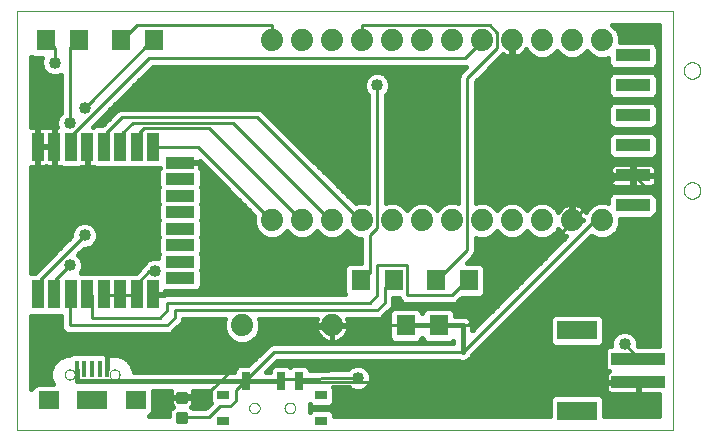
<source format=gtl>
G75*
%MOIN*%
%OFA0B0*%
%FSLAX25Y25*%
%IPPOS*%
%LPD*%
%AMOC8*
5,1,8,0,0,1.08239X$1,22.5*
%
%ADD10C,0.00000*%
%ADD11C,0.00300*%
%ADD12C,0.00400*%
%ADD13R,0.03937X0.09646*%
%ADD14R,0.09646X0.03937*%
%ADD15C,0.07400*%
%ADD16R,0.18110X0.03937*%
%ADD17R,0.13386X0.06299*%
%ADD18R,0.03937X0.03150*%
%ADD19R,0.02756X0.05906*%
%ADD20C,0.01181*%
%ADD21R,0.11811X0.03937*%
%ADD22R,0.01575X0.05512*%
%ADD23R,0.07087X0.05906*%
%ADD24R,0.09843X0.05906*%
%ADD25R,0.06299X0.07087*%
%ADD26C,0.01000*%
%ADD27C,0.01600*%
%ADD28R,0.03962X0.03962*%
%ADD29C,0.12661*%
%ADD30C,0.04000*%
D10*
X0038244Y0011346D02*
X0038244Y0151307D01*
X0256945Y0151307D01*
X0256945Y0011346D01*
X0038244Y0011346D01*
X0054091Y0030008D02*
X0054093Y0030089D01*
X0054099Y0030171D01*
X0054109Y0030252D01*
X0054123Y0030332D01*
X0054140Y0030411D01*
X0054162Y0030490D01*
X0054187Y0030567D01*
X0054216Y0030644D01*
X0054249Y0030718D01*
X0054286Y0030791D01*
X0054325Y0030862D01*
X0054369Y0030931D01*
X0054415Y0030998D01*
X0054465Y0031062D01*
X0054518Y0031124D01*
X0054574Y0031184D01*
X0054632Y0031240D01*
X0054694Y0031294D01*
X0054758Y0031345D01*
X0054824Y0031392D01*
X0054892Y0031436D01*
X0054963Y0031477D01*
X0055035Y0031514D01*
X0055110Y0031548D01*
X0055185Y0031578D01*
X0055263Y0031604D01*
X0055341Y0031627D01*
X0055420Y0031645D01*
X0055500Y0031660D01*
X0055581Y0031671D01*
X0055662Y0031678D01*
X0055744Y0031681D01*
X0055825Y0031680D01*
X0055906Y0031675D01*
X0055987Y0031666D01*
X0056068Y0031653D01*
X0056148Y0031636D01*
X0056226Y0031616D01*
X0056304Y0031591D01*
X0056381Y0031563D01*
X0056456Y0031531D01*
X0056529Y0031496D01*
X0056600Y0031457D01*
X0056670Y0031414D01*
X0056737Y0031369D01*
X0056803Y0031320D01*
X0056865Y0031268D01*
X0056925Y0031212D01*
X0056982Y0031154D01*
X0057037Y0031094D01*
X0057088Y0031030D01*
X0057136Y0030965D01*
X0057181Y0030897D01*
X0057223Y0030827D01*
X0057261Y0030755D01*
X0057296Y0030681D01*
X0057327Y0030606D01*
X0057354Y0030529D01*
X0057377Y0030451D01*
X0057397Y0030372D01*
X0057413Y0030292D01*
X0057425Y0030211D01*
X0057433Y0030130D01*
X0057437Y0030049D01*
X0057437Y0029967D01*
X0057433Y0029886D01*
X0057425Y0029805D01*
X0057413Y0029724D01*
X0057397Y0029644D01*
X0057377Y0029565D01*
X0057354Y0029487D01*
X0057327Y0029410D01*
X0057296Y0029335D01*
X0057261Y0029261D01*
X0057223Y0029189D01*
X0057181Y0029119D01*
X0057136Y0029051D01*
X0057088Y0028986D01*
X0057037Y0028922D01*
X0056982Y0028862D01*
X0056925Y0028804D01*
X0056865Y0028748D01*
X0056803Y0028696D01*
X0056737Y0028647D01*
X0056670Y0028602D01*
X0056601Y0028559D01*
X0056529Y0028520D01*
X0056456Y0028485D01*
X0056381Y0028453D01*
X0056304Y0028425D01*
X0056226Y0028400D01*
X0056148Y0028380D01*
X0056068Y0028363D01*
X0055987Y0028350D01*
X0055906Y0028341D01*
X0055825Y0028336D01*
X0055744Y0028335D01*
X0055662Y0028338D01*
X0055581Y0028345D01*
X0055500Y0028356D01*
X0055420Y0028371D01*
X0055341Y0028389D01*
X0055263Y0028412D01*
X0055185Y0028438D01*
X0055110Y0028468D01*
X0055035Y0028502D01*
X0054963Y0028539D01*
X0054892Y0028580D01*
X0054824Y0028624D01*
X0054758Y0028671D01*
X0054694Y0028722D01*
X0054632Y0028776D01*
X0054574Y0028832D01*
X0054518Y0028892D01*
X0054465Y0028954D01*
X0054415Y0029018D01*
X0054369Y0029085D01*
X0054325Y0029154D01*
X0054286Y0029225D01*
X0054249Y0029298D01*
X0054216Y0029372D01*
X0054187Y0029449D01*
X0054162Y0029526D01*
X0054140Y0029605D01*
X0054123Y0029684D01*
X0054109Y0029764D01*
X0054099Y0029845D01*
X0054093Y0029927D01*
X0054091Y0030008D01*
X0069051Y0030008D02*
X0069053Y0030089D01*
X0069059Y0030171D01*
X0069069Y0030252D01*
X0069083Y0030332D01*
X0069100Y0030411D01*
X0069122Y0030490D01*
X0069147Y0030567D01*
X0069176Y0030644D01*
X0069209Y0030718D01*
X0069246Y0030791D01*
X0069285Y0030862D01*
X0069329Y0030931D01*
X0069375Y0030998D01*
X0069425Y0031062D01*
X0069478Y0031124D01*
X0069534Y0031184D01*
X0069592Y0031240D01*
X0069654Y0031294D01*
X0069718Y0031345D01*
X0069784Y0031392D01*
X0069852Y0031436D01*
X0069923Y0031477D01*
X0069995Y0031514D01*
X0070070Y0031548D01*
X0070145Y0031578D01*
X0070223Y0031604D01*
X0070301Y0031627D01*
X0070380Y0031645D01*
X0070460Y0031660D01*
X0070541Y0031671D01*
X0070622Y0031678D01*
X0070704Y0031681D01*
X0070785Y0031680D01*
X0070866Y0031675D01*
X0070947Y0031666D01*
X0071028Y0031653D01*
X0071108Y0031636D01*
X0071186Y0031616D01*
X0071264Y0031591D01*
X0071341Y0031563D01*
X0071416Y0031531D01*
X0071489Y0031496D01*
X0071560Y0031457D01*
X0071630Y0031414D01*
X0071697Y0031369D01*
X0071763Y0031320D01*
X0071825Y0031268D01*
X0071885Y0031212D01*
X0071942Y0031154D01*
X0071997Y0031094D01*
X0072048Y0031030D01*
X0072096Y0030965D01*
X0072141Y0030897D01*
X0072183Y0030827D01*
X0072221Y0030755D01*
X0072256Y0030681D01*
X0072287Y0030606D01*
X0072314Y0030529D01*
X0072337Y0030451D01*
X0072357Y0030372D01*
X0072373Y0030292D01*
X0072385Y0030211D01*
X0072393Y0030130D01*
X0072397Y0030049D01*
X0072397Y0029967D01*
X0072393Y0029886D01*
X0072385Y0029805D01*
X0072373Y0029724D01*
X0072357Y0029644D01*
X0072337Y0029565D01*
X0072314Y0029487D01*
X0072287Y0029410D01*
X0072256Y0029335D01*
X0072221Y0029261D01*
X0072183Y0029189D01*
X0072141Y0029119D01*
X0072096Y0029051D01*
X0072048Y0028986D01*
X0071997Y0028922D01*
X0071942Y0028862D01*
X0071885Y0028804D01*
X0071825Y0028748D01*
X0071763Y0028696D01*
X0071697Y0028647D01*
X0071630Y0028602D01*
X0071561Y0028559D01*
X0071489Y0028520D01*
X0071416Y0028485D01*
X0071341Y0028453D01*
X0071264Y0028425D01*
X0071186Y0028400D01*
X0071108Y0028380D01*
X0071028Y0028363D01*
X0070947Y0028350D01*
X0070866Y0028341D01*
X0070785Y0028336D01*
X0070704Y0028335D01*
X0070622Y0028338D01*
X0070541Y0028345D01*
X0070460Y0028356D01*
X0070380Y0028371D01*
X0070301Y0028389D01*
X0070223Y0028412D01*
X0070145Y0028438D01*
X0070070Y0028468D01*
X0069995Y0028502D01*
X0069923Y0028539D01*
X0069852Y0028580D01*
X0069784Y0028624D01*
X0069718Y0028671D01*
X0069654Y0028722D01*
X0069592Y0028776D01*
X0069534Y0028832D01*
X0069478Y0028892D01*
X0069425Y0028954D01*
X0069375Y0029018D01*
X0069329Y0029085D01*
X0069285Y0029154D01*
X0069246Y0029225D01*
X0069209Y0029298D01*
X0069176Y0029372D01*
X0069147Y0029449D01*
X0069122Y0029526D01*
X0069100Y0029605D01*
X0069083Y0029684D01*
X0069069Y0029764D01*
X0069059Y0029845D01*
X0069053Y0029927D01*
X0069051Y0030008D01*
X0115567Y0018846D02*
X0115569Y0018930D01*
X0115575Y0019013D01*
X0115585Y0019096D01*
X0115599Y0019179D01*
X0115616Y0019261D01*
X0115638Y0019342D01*
X0115663Y0019421D01*
X0115692Y0019500D01*
X0115725Y0019577D01*
X0115761Y0019652D01*
X0115801Y0019726D01*
X0115844Y0019798D01*
X0115891Y0019867D01*
X0115941Y0019934D01*
X0115994Y0019999D01*
X0116050Y0020061D01*
X0116108Y0020121D01*
X0116170Y0020178D01*
X0116234Y0020231D01*
X0116301Y0020282D01*
X0116370Y0020329D01*
X0116441Y0020374D01*
X0116514Y0020414D01*
X0116589Y0020451D01*
X0116666Y0020485D01*
X0116744Y0020515D01*
X0116823Y0020541D01*
X0116904Y0020564D01*
X0116986Y0020582D01*
X0117068Y0020597D01*
X0117151Y0020608D01*
X0117234Y0020615D01*
X0117318Y0020618D01*
X0117402Y0020617D01*
X0117485Y0020612D01*
X0117569Y0020603D01*
X0117651Y0020590D01*
X0117733Y0020574D01*
X0117814Y0020553D01*
X0117895Y0020529D01*
X0117973Y0020501D01*
X0118051Y0020469D01*
X0118127Y0020433D01*
X0118201Y0020394D01*
X0118273Y0020352D01*
X0118343Y0020306D01*
X0118411Y0020257D01*
X0118476Y0020205D01*
X0118539Y0020150D01*
X0118599Y0020092D01*
X0118657Y0020031D01*
X0118711Y0019967D01*
X0118763Y0019901D01*
X0118811Y0019833D01*
X0118856Y0019762D01*
X0118897Y0019689D01*
X0118936Y0019615D01*
X0118970Y0019539D01*
X0119001Y0019461D01*
X0119028Y0019382D01*
X0119052Y0019301D01*
X0119071Y0019220D01*
X0119087Y0019138D01*
X0119099Y0019055D01*
X0119107Y0018971D01*
X0119111Y0018888D01*
X0119111Y0018804D01*
X0119107Y0018721D01*
X0119099Y0018637D01*
X0119087Y0018554D01*
X0119071Y0018472D01*
X0119052Y0018391D01*
X0119028Y0018310D01*
X0119001Y0018231D01*
X0118970Y0018153D01*
X0118936Y0018077D01*
X0118897Y0018003D01*
X0118856Y0017930D01*
X0118811Y0017859D01*
X0118763Y0017791D01*
X0118711Y0017725D01*
X0118657Y0017661D01*
X0118599Y0017600D01*
X0118539Y0017542D01*
X0118476Y0017487D01*
X0118411Y0017435D01*
X0118343Y0017386D01*
X0118273Y0017340D01*
X0118201Y0017298D01*
X0118127Y0017259D01*
X0118051Y0017223D01*
X0117973Y0017191D01*
X0117895Y0017163D01*
X0117814Y0017139D01*
X0117733Y0017118D01*
X0117651Y0017102D01*
X0117569Y0017089D01*
X0117485Y0017080D01*
X0117402Y0017075D01*
X0117318Y0017074D01*
X0117234Y0017077D01*
X0117151Y0017084D01*
X0117068Y0017095D01*
X0116986Y0017110D01*
X0116904Y0017128D01*
X0116823Y0017151D01*
X0116744Y0017177D01*
X0116666Y0017207D01*
X0116589Y0017241D01*
X0116514Y0017278D01*
X0116441Y0017318D01*
X0116370Y0017363D01*
X0116301Y0017410D01*
X0116234Y0017461D01*
X0116170Y0017514D01*
X0116108Y0017571D01*
X0116050Y0017631D01*
X0115994Y0017693D01*
X0115941Y0017758D01*
X0115891Y0017825D01*
X0115844Y0017894D01*
X0115801Y0017966D01*
X0115761Y0018040D01*
X0115725Y0018115D01*
X0115692Y0018192D01*
X0115663Y0018271D01*
X0115638Y0018350D01*
X0115616Y0018431D01*
X0115599Y0018513D01*
X0115585Y0018596D01*
X0115575Y0018679D01*
X0115569Y0018762D01*
X0115567Y0018846D01*
X0127378Y0018846D02*
X0127380Y0018930D01*
X0127386Y0019013D01*
X0127396Y0019096D01*
X0127410Y0019179D01*
X0127427Y0019261D01*
X0127449Y0019342D01*
X0127474Y0019421D01*
X0127503Y0019500D01*
X0127536Y0019577D01*
X0127572Y0019652D01*
X0127612Y0019726D01*
X0127655Y0019798D01*
X0127702Y0019867D01*
X0127752Y0019934D01*
X0127805Y0019999D01*
X0127861Y0020061D01*
X0127919Y0020121D01*
X0127981Y0020178D01*
X0128045Y0020231D01*
X0128112Y0020282D01*
X0128181Y0020329D01*
X0128252Y0020374D01*
X0128325Y0020414D01*
X0128400Y0020451D01*
X0128477Y0020485D01*
X0128555Y0020515D01*
X0128634Y0020541D01*
X0128715Y0020564D01*
X0128797Y0020582D01*
X0128879Y0020597D01*
X0128962Y0020608D01*
X0129045Y0020615D01*
X0129129Y0020618D01*
X0129213Y0020617D01*
X0129296Y0020612D01*
X0129380Y0020603D01*
X0129462Y0020590D01*
X0129544Y0020574D01*
X0129625Y0020553D01*
X0129706Y0020529D01*
X0129784Y0020501D01*
X0129862Y0020469D01*
X0129938Y0020433D01*
X0130012Y0020394D01*
X0130084Y0020352D01*
X0130154Y0020306D01*
X0130222Y0020257D01*
X0130287Y0020205D01*
X0130350Y0020150D01*
X0130410Y0020092D01*
X0130468Y0020031D01*
X0130522Y0019967D01*
X0130574Y0019901D01*
X0130622Y0019833D01*
X0130667Y0019762D01*
X0130708Y0019689D01*
X0130747Y0019615D01*
X0130781Y0019539D01*
X0130812Y0019461D01*
X0130839Y0019382D01*
X0130863Y0019301D01*
X0130882Y0019220D01*
X0130898Y0019138D01*
X0130910Y0019055D01*
X0130918Y0018971D01*
X0130922Y0018888D01*
X0130922Y0018804D01*
X0130918Y0018721D01*
X0130910Y0018637D01*
X0130898Y0018554D01*
X0130882Y0018472D01*
X0130863Y0018391D01*
X0130839Y0018310D01*
X0130812Y0018231D01*
X0130781Y0018153D01*
X0130747Y0018077D01*
X0130708Y0018003D01*
X0130667Y0017930D01*
X0130622Y0017859D01*
X0130574Y0017791D01*
X0130522Y0017725D01*
X0130468Y0017661D01*
X0130410Y0017600D01*
X0130350Y0017542D01*
X0130287Y0017487D01*
X0130222Y0017435D01*
X0130154Y0017386D01*
X0130084Y0017340D01*
X0130012Y0017298D01*
X0129938Y0017259D01*
X0129862Y0017223D01*
X0129784Y0017191D01*
X0129706Y0017163D01*
X0129625Y0017139D01*
X0129544Y0017118D01*
X0129462Y0017102D01*
X0129380Y0017089D01*
X0129296Y0017080D01*
X0129213Y0017075D01*
X0129129Y0017074D01*
X0129045Y0017077D01*
X0128962Y0017084D01*
X0128879Y0017095D01*
X0128797Y0017110D01*
X0128715Y0017128D01*
X0128634Y0017151D01*
X0128555Y0017177D01*
X0128477Y0017207D01*
X0128400Y0017241D01*
X0128325Y0017278D01*
X0128252Y0017318D01*
X0128181Y0017363D01*
X0128112Y0017410D01*
X0128045Y0017461D01*
X0127981Y0017514D01*
X0127919Y0017571D01*
X0127861Y0017631D01*
X0127805Y0017693D01*
X0127752Y0017758D01*
X0127702Y0017825D01*
X0127655Y0017894D01*
X0127612Y0017966D01*
X0127572Y0018040D01*
X0127536Y0018115D01*
X0127503Y0018192D01*
X0127474Y0018271D01*
X0127449Y0018350D01*
X0127427Y0018431D01*
X0127410Y0018513D01*
X0127396Y0018596D01*
X0127386Y0018679D01*
X0127380Y0018762D01*
X0127378Y0018846D01*
X0260488Y0091346D02*
X0260490Y0091451D01*
X0260496Y0091556D01*
X0260506Y0091660D01*
X0260520Y0091764D01*
X0260538Y0091868D01*
X0260560Y0091970D01*
X0260585Y0092072D01*
X0260615Y0092173D01*
X0260648Y0092272D01*
X0260685Y0092370D01*
X0260726Y0092467D01*
X0260771Y0092562D01*
X0260819Y0092655D01*
X0260870Y0092747D01*
X0260926Y0092836D01*
X0260984Y0092923D01*
X0261046Y0093008D01*
X0261110Y0093091D01*
X0261178Y0093171D01*
X0261249Y0093248D01*
X0261323Y0093322D01*
X0261400Y0093394D01*
X0261479Y0093463D01*
X0261561Y0093528D01*
X0261645Y0093591D01*
X0261732Y0093650D01*
X0261821Y0093706D01*
X0261912Y0093759D01*
X0262005Y0093808D01*
X0262099Y0093853D01*
X0262195Y0093895D01*
X0262293Y0093933D01*
X0262392Y0093967D01*
X0262493Y0093998D01*
X0262594Y0094024D01*
X0262697Y0094047D01*
X0262800Y0094066D01*
X0262904Y0094081D01*
X0263008Y0094092D01*
X0263113Y0094099D01*
X0263218Y0094102D01*
X0263323Y0094101D01*
X0263428Y0094096D01*
X0263532Y0094087D01*
X0263636Y0094074D01*
X0263740Y0094057D01*
X0263843Y0094036D01*
X0263945Y0094011D01*
X0264046Y0093983D01*
X0264145Y0093950D01*
X0264244Y0093914D01*
X0264341Y0093874D01*
X0264436Y0093831D01*
X0264530Y0093783D01*
X0264622Y0093733D01*
X0264712Y0093679D01*
X0264800Y0093621D01*
X0264885Y0093560D01*
X0264968Y0093496D01*
X0265049Y0093429D01*
X0265127Y0093359D01*
X0265202Y0093285D01*
X0265274Y0093210D01*
X0265344Y0093131D01*
X0265410Y0093050D01*
X0265474Y0092966D01*
X0265534Y0092880D01*
X0265590Y0092792D01*
X0265644Y0092701D01*
X0265694Y0092609D01*
X0265740Y0092515D01*
X0265783Y0092419D01*
X0265822Y0092321D01*
X0265857Y0092223D01*
X0265888Y0092122D01*
X0265916Y0092021D01*
X0265940Y0091919D01*
X0265960Y0091816D01*
X0265976Y0091712D01*
X0265988Y0091608D01*
X0265996Y0091503D01*
X0266000Y0091398D01*
X0266000Y0091294D01*
X0265996Y0091189D01*
X0265988Y0091084D01*
X0265976Y0090980D01*
X0265960Y0090876D01*
X0265940Y0090773D01*
X0265916Y0090671D01*
X0265888Y0090570D01*
X0265857Y0090469D01*
X0265822Y0090371D01*
X0265783Y0090273D01*
X0265740Y0090177D01*
X0265694Y0090083D01*
X0265644Y0089991D01*
X0265590Y0089900D01*
X0265534Y0089812D01*
X0265474Y0089726D01*
X0265410Y0089642D01*
X0265344Y0089561D01*
X0265274Y0089482D01*
X0265202Y0089407D01*
X0265127Y0089333D01*
X0265049Y0089263D01*
X0264968Y0089196D01*
X0264885Y0089132D01*
X0264800Y0089071D01*
X0264712Y0089013D01*
X0264622Y0088959D01*
X0264530Y0088909D01*
X0264436Y0088861D01*
X0264341Y0088818D01*
X0264244Y0088778D01*
X0264145Y0088742D01*
X0264046Y0088709D01*
X0263945Y0088681D01*
X0263843Y0088656D01*
X0263740Y0088635D01*
X0263636Y0088618D01*
X0263532Y0088605D01*
X0263428Y0088596D01*
X0263323Y0088591D01*
X0263218Y0088590D01*
X0263113Y0088593D01*
X0263008Y0088600D01*
X0262904Y0088611D01*
X0262800Y0088626D01*
X0262697Y0088645D01*
X0262594Y0088668D01*
X0262493Y0088694D01*
X0262392Y0088725D01*
X0262293Y0088759D01*
X0262195Y0088797D01*
X0262099Y0088839D01*
X0262005Y0088884D01*
X0261912Y0088933D01*
X0261821Y0088986D01*
X0261732Y0089042D01*
X0261645Y0089101D01*
X0261561Y0089164D01*
X0261479Y0089229D01*
X0261400Y0089298D01*
X0261323Y0089370D01*
X0261249Y0089444D01*
X0261178Y0089521D01*
X0261110Y0089601D01*
X0261046Y0089684D01*
X0260984Y0089769D01*
X0260926Y0089856D01*
X0260870Y0089945D01*
X0260819Y0090037D01*
X0260771Y0090130D01*
X0260726Y0090225D01*
X0260685Y0090322D01*
X0260648Y0090420D01*
X0260615Y0090519D01*
X0260585Y0090620D01*
X0260560Y0090722D01*
X0260538Y0090824D01*
X0260520Y0090928D01*
X0260506Y0091032D01*
X0260496Y0091136D01*
X0260490Y0091241D01*
X0260488Y0091346D01*
X0260488Y0131346D02*
X0260490Y0131451D01*
X0260496Y0131556D01*
X0260506Y0131660D01*
X0260520Y0131764D01*
X0260538Y0131868D01*
X0260560Y0131970D01*
X0260585Y0132072D01*
X0260615Y0132173D01*
X0260648Y0132272D01*
X0260685Y0132370D01*
X0260726Y0132467D01*
X0260771Y0132562D01*
X0260819Y0132655D01*
X0260870Y0132747D01*
X0260926Y0132836D01*
X0260984Y0132923D01*
X0261046Y0133008D01*
X0261110Y0133091D01*
X0261178Y0133171D01*
X0261249Y0133248D01*
X0261323Y0133322D01*
X0261400Y0133394D01*
X0261479Y0133463D01*
X0261561Y0133528D01*
X0261645Y0133591D01*
X0261732Y0133650D01*
X0261821Y0133706D01*
X0261912Y0133759D01*
X0262005Y0133808D01*
X0262099Y0133853D01*
X0262195Y0133895D01*
X0262293Y0133933D01*
X0262392Y0133967D01*
X0262493Y0133998D01*
X0262594Y0134024D01*
X0262697Y0134047D01*
X0262800Y0134066D01*
X0262904Y0134081D01*
X0263008Y0134092D01*
X0263113Y0134099D01*
X0263218Y0134102D01*
X0263323Y0134101D01*
X0263428Y0134096D01*
X0263532Y0134087D01*
X0263636Y0134074D01*
X0263740Y0134057D01*
X0263843Y0134036D01*
X0263945Y0134011D01*
X0264046Y0133983D01*
X0264145Y0133950D01*
X0264244Y0133914D01*
X0264341Y0133874D01*
X0264436Y0133831D01*
X0264530Y0133783D01*
X0264622Y0133733D01*
X0264712Y0133679D01*
X0264800Y0133621D01*
X0264885Y0133560D01*
X0264968Y0133496D01*
X0265049Y0133429D01*
X0265127Y0133359D01*
X0265202Y0133285D01*
X0265274Y0133210D01*
X0265344Y0133131D01*
X0265410Y0133050D01*
X0265474Y0132966D01*
X0265534Y0132880D01*
X0265590Y0132792D01*
X0265644Y0132701D01*
X0265694Y0132609D01*
X0265740Y0132515D01*
X0265783Y0132419D01*
X0265822Y0132321D01*
X0265857Y0132223D01*
X0265888Y0132122D01*
X0265916Y0132021D01*
X0265940Y0131919D01*
X0265960Y0131816D01*
X0265976Y0131712D01*
X0265988Y0131608D01*
X0265996Y0131503D01*
X0266000Y0131398D01*
X0266000Y0131294D01*
X0265996Y0131189D01*
X0265988Y0131084D01*
X0265976Y0130980D01*
X0265960Y0130876D01*
X0265940Y0130773D01*
X0265916Y0130671D01*
X0265888Y0130570D01*
X0265857Y0130469D01*
X0265822Y0130371D01*
X0265783Y0130273D01*
X0265740Y0130177D01*
X0265694Y0130083D01*
X0265644Y0129991D01*
X0265590Y0129900D01*
X0265534Y0129812D01*
X0265474Y0129726D01*
X0265410Y0129642D01*
X0265344Y0129561D01*
X0265274Y0129482D01*
X0265202Y0129407D01*
X0265127Y0129333D01*
X0265049Y0129263D01*
X0264968Y0129196D01*
X0264885Y0129132D01*
X0264800Y0129071D01*
X0264712Y0129013D01*
X0264622Y0128959D01*
X0264530Y0128909D01*
X0264436Y0128861D01*
X0264341Y0128818D01*
X0264244Y0128778D01*
X0264145Y0128742D01*
X0264046Y0128709D01*
X0263945Y0128681D01*
X0263843Y0128656D01*
X0263740Y0128635D01*
X0263636Y0128618D01*
X0263532Y0128605D01*
X0263428Y0128596D01*
X0263323Y0128591D01*
X0263218Y0128590D01*
X0263113Y0128593D01*
X0263008Y0128600D01*
X0262904Y0128611D01*
X0262800Y0128626D01*
X0262697Y0128645D01*
X0262594Y0128668D01*
X0262493Y0128694D01*
X0262392Y0128725D01*
X0262293Y0128759D01*
X0262195Y0128797D01*
X0262099Y0128839D01*
X0262005Y0128884D01*
X0261912Y0128933D01*
X0261821Y0128986D01*
X0261732Y0129042D01*
X0261645Y0129101D01*
X0261561Y0129164D01*
X0261479Y0129229D01*
X0261400Y0129298D01*
X0261323Y0129370D01*
X0261249Y0129444D01*
X0261178Y0129521D01*
X0261110Y0129601D01*
X0261046Y0129684D01*
X0260984Y0129769D01*
X0260926Y0129856D01*
X0260870Y0129945D01*
X0260819Y0130037D01*
X0260771Y0130130D01*
X0260726Y0130225D01*
X0260685Y0130322D01*
X0260648Y0130420D01*
X0260615Y0130519D01*
X0260585Y0130620D01*
X0260560Y0130722D01*
X0260538Y0130824D01*
X0260520Y0130928D01*
X0260506Y0131032D01*
X0260496Y0131136D01*
X0260490Y0131241D01*
X0260488Y0131346D01*
D11*
X0103094Y0090447D02*
X0103094Y0089213D01*
X0102477Y0088595D01*
X0100008Y0091064D01*
X0102477Y0091064D01*
X0103094Y0090447D01*
X0100008Y0091064D02*
X0099391Y0090447D01*
X0099391Y0089213D01*
X0100008Y0088595D01*
X0102477Y0088595D01*
X0102477Y0087381D02*
X0103094Y0086764D01*
X0103094Y0085529D01*
X0102477Y0084912D01*
X0100008Y0087381D01*
X0102477Y0087381D01*
X0100008Y0087381D02*
X0099391Y0086764D01*
X0099391Y0085529D01*
X0100008Y0084912D01*
X0102477Y0084912D01*
X0102477Y0083698D02*
X0103094Y0083081D01*
X0103094Y0081846D01*
X0102477Y0081229D01*
X0100008Y0083698D01*
X0102477Y0083698D01*
X0100008Y0083698D02*
X0099391Y0083081D01*
X0099391Y0081846D01*
X0100008Y0081229D01*
X0102477Y0081229D01*
X0103094Y0080015D02*
X0103094Y0077546D01*
X0103094Y0076332D02*
X0099391Y0076332D01*
X0100625Y0075097D01*
X0099391Y0073863D01*
X0103094Y0073863D01*
X0103094Y0072648D02*
X0099391Y0072648D01*
X0101860Y0071414D02*
X0103094Y0072648D01*
X0101860Y0071414D02*
X0103094Y0070180D01*
X0099391Y0070180D01*
X0100008Y0068965D02*
X0099391Y0068348D01*
X0099391Y0066496D01*
X0103094Y0066496D01*
X0103094Y0068348D01*
X0102477Y0068965D01*
X0100008Y0068965D01*
X0100625Y0077546D02*
X0099391Y0078780D01*
X0103094Y0078780D01*
D12*
X0175944Y0023383D02*
X0175944Y0022516D01*
X0176811Y0021649D01*
X0178546Y0021649D01*
X0179414Y0020781D01*
X0179414Y0019914D01*
X0178546Y0019046D01*
X0176811Y0019046D01*
X0175944Y0019914D01*
X0181100Y0020781D02*
X0183703Y0020781D01*
X0184570Y0021649D01*
X0184570Y0023383D01*
X0183703Y0024251D01*
X0181100Y0024251D01*
X0181100Y0019046D01*
X0186257Y0019914D02*
X0187124Y0019046D01*
X0188859Y0019046D01*
X0189727Y0019914D01*
X0189727Y0023383D01*
X0188859Y0024251D01*
X0187124Y0024251D01*
X0186257Y0023383D01*
X0186257Y0019914D01*
X0191413Y0024251D02*
X0194883Y0024251D01*
X0193148Y0024251D02*
X0193148Y0019046D01*
X0201726Y0024251D02*
X0205196Y0024251D01*
X0203461Y0024251D02*
X0203461Y0019046D01*
X0206882Y0019914D02*
X0207750Y0020781D01*
X0210352Y0020781D01*
X0210352Y0021649D02*
X0210352Y0019046D01*
X0207750Y0019046D01*
X0206882Y0019914D01*
X0207750Y0022516D02*
X0209485Y0022516D01*
X0210352Y0021649D01*
X0212039Y0021649D02*
X0212039Y0019914D01*
X0212906Y0019046D01*
X0215509Y0019046D01*
X0215509Y0018179D02*
X0215509Y0022516D01*
X0212906Y0022516D01*
X0212039Y0021649D01*
X0213774Y0017312D02*
X0214641Y0017312D01*
X0215509Y0018179D01*
X0179414Y0023383D02*
X0178546Y0024251D01*
X0176811Y0024251D01*
X0175944Y0023383D01*
D13*
X0083677Y0056740D03*
X0078165Y0056740D03*
X0072654Y0056740D03*
X0067142Y0056740D03*
X0061630Y0056740D03*
X0056118Y0056740D03*
X0050606Y0056740D03*
X0045094Y0056740D03*
X0045094Y0105953D03*
X0050606Y0105953D03*
X0056118Y0105953D03*
X0061630Y0105953D03*
X0067142Y0105953D03*
X0072654Y0105953D03*
X0078165Y0105953D03*
X0083677Y0105953D03*
D14*
X0092535Y0100638D03*
X0092535Y0095126D03*
X0092535Y0089614D03*
X0092535Y0084102D03*
X0092535Y0078591D03*
X0092535Y0073079D03*
X0092535Y0067567D03*
X0092535Y0062055D03*
D15*
X0113244Y0046346D03*
X0143244Y0046346D03*
X0143244Y0081346D03*
X0133244Y0081346D03*
X0123244Y0081346D03*
X0153244Y0081346D03*
X0163244Y0081346D03*
X0173244Y0081346D03*
X0183244Y0081346D03*
X0193244Y0081346D03*
X0203244Y0081346D03*
X0213244Y0081346D03*
X0223244Y0081346D03*
X0233244Y0081346D03*
X0233244Y0141346D03*
X0223244Y0141346D03*
X0213244Y0141346D03*
X0203244Y0141346D03*
X0193244Y0141346D03*
X0183244Y0141346D03*
X0173244Y0141346D03*
X0163244Y0141346D03*
X0153244Y0141346D03*
X0143244Y0141346D03*
X0133244Y0141346D03*
X0123244Y0141346D03*
D16*
X0245311Y0035283D03*
X0245311Y0027409D03*
D17*
X0224839Y0017961D03*
X0224839Y0044732D03*
D18*
X0139583Y0023177D03*
X0139583Y0014516D03*
X0106906Y0014516D03*
X0106906Y0023177D03*
D19*
X0114386Y0027705D03*
X0126197Y0027705D03*
X0132102Y0027705D03*
D20*
X0094622Y0020921D02*
X0091866Y0020921D01*
X0091866Y0023677D01*
X0094622Y0023677D01*
X0094622Y0020921D01*
X0094622Y0022101D02*
X0091866Y0022101D01*
X0091866Y0023281D02*
X0094622Y0023281D01*
X0094622Y0014016D02*
X0091866Y0014016D01*
X0091866Y0016772D01*
X0094622Y0016772D01*
X0094622Y0014016D01*
X0094622Y0015196D02*
X0091866Y0015196D01*
X0091866Y0016376D02*
X0094622Y0016376D01*
D21*
X0243559Y0086346D03*
X0243559Y0096346D03*
X0243559Y0106346D03*
X0243559Y0116346D03*
X0243559Y0126346D03*
X0243559Y0136346D03*
D22*
X0068362Y0031976D03*
X0065803Y0031976D03*
X0063244Y0031976D03*
X0060685Y0031976D03*
X0058126Y0031976D03*
D23*
X0048756Y0021346D03*
X0077732Y0021346D03*
D24*
X0063244Y0021346D03*
D25*
X0152732Y0061346D03*
X0163756Y0061346D03*
X0177732Y0061346D03*
X0188756Y0061346D03*
X0178756Y0046346D03*
X0167732Y0046346D03*
X0083756Y0141346D03*
X0072732Y0141346D03*
X0058756Y0141346D03*
X0047732Y0141346D03*
D26*
X0048244Y0141346D01*
X0050744Y0138846D01*
X0050744Y0133846D01*
X0055744Y0138846D02*
X0055744Y0113846D01*
X0056244Y0109446D02*
X0082344Y0135546D01*
X0187644Y0135546D01*
X0193044Y0140946D01*
X0193244Y0141346D01*
X0198244Y0143846D02*
X0198244Y0138846D01*
X0188244Y0128846D01*
X0188244Y0071346D01*
X0178244Y0061346D01*
X0177732Y0061346D01*
X0168244Y0066346D02*
X0168244Y0056346D01*
X0183244Y0056346D01*
X0188244Y0061346D01*
X0188756Y0061346D01*
X0168244Y0066346D02*
X0158244Y0066346D01*
X0158244Y0056346D01*
X0155744Y0053846D01*
X0088244Y0053846D01*
X0088244Y0051346D01*
X0085744Y0048846D01*
X0063244Y0048846D01*
X0063244Y0056346D01*
X0061630Y0056740D01*
X0067142Y0056740D02*
X0067944Y0056346D01*
X0072444Y0056346D01*
X0072654Y0056740D01*
X0073344Y0056346D01*
X0077844Y0056346D01*
X0078165Y0056740D01*
X0078744Y0057246D01*
X0078744Y0060846D01*
X0082344Y0064446D01*
X0084144Y0064446D01*
X0060744Y0076346D02*
X0045744Y0061346D01*
X0045744Y0058846D01*
X0045094Y0056740D01*
X0050606Y0056740D02*
X0050744Y0058846D01*
X0050744Y0061346D01*
X0055744Y0066346D01*
X0056118Y0056740D02*
X0055744Y0056346D01*
X0055744Y0046346D01*
X0088244Y0046346D01*
X0090744Y0048846D01*
X0090744Y0051346D01*
X0158244Y0051346D01*
X0160744Y0053846D01*
X0160744Y0058846D01*
X0163244Y0061346D01*
X0163756Y0061346D01*
X0155744Y0063846D02*
X0155744Y0076346D01*
X0158244Y0078846D01*
X0158244Y0126346D01*
X0153244Y0141346D02*
X0153244Y0146346D01*
X0195744Y0146346D01*
X0198244Y0143846D01*
X0203244Y0141346D02*
X0203844Y0140946D01*
X0203844Y0130146D01*
X0238044Y0095946D01*
X0243559Y0096346D01*
X0244344Y0095946D01*
X0251544Y0088746D01*
X0251544Y0084246D01*
X0234444Y0067146D01*
X0234444Y0027546D01*
X0132744Y0027546D01*
X0126444Y0028446D02*
X0126197Y0027705D01*
X0126444Y0028446D02*
X0151844Y0028846D01*
X0123744Y0037446D02*
X0114744Y0028446D01*
X0114386Y0027705D01*
X0113844Y0027546D01*
X0111144Y0024846D01*
X0111144Y0021246D01*
X0109344Y0019446D01*
X0105744Y0019446D01*
X0102144Y0015846D01*
X0094044Y0015846D01*
X0093244Y0015394D01*
X0093244Y0022299D02*
X0094044Y0023046D01*
X0101244Y0023046D01*
X0123744Y0045546D01*
X0142644Y0045546D01*
X0143244Y0046346D01*
X0143544Y0046446D01*
X0188544Y0046446D01*
X0222744Y0080646D01*
X0223244Y0081346D01*
X0223644Y0081546D01*
X0238044Y0095946D01*
X0243444Y0095946D01*
X0243559Y0096346D01*
X0233244Y0081346D02*
X0232644Y0080646D01*
X0229944Y0080646D01*
X0186744Y0037446D01*
X0123744Y0037446D01*
X0152732Y0061346D02*
X0153244Y0061346D01*
X0155744Y0063846D01*
X0153244Y0081346D02*
X0152544Y0081546D01*
X0118344Y0115746D01*
X0073344Y0115746D01*
X0067944Y0110346D01*
X0067944Y0106746D01*
X0067142Y0105953D01*
X0072654Y0105953D02*
X0073344Y0106746D01*
X0073344Y0110346D01*
X0076944Y0113946D01*
X0110244Y0113946D01*
X0142644Y0081546D01*
X0143244Y0081346D01*
X0133244Y0081346D02*
X0132744Y0081546D01*
X0102144Y0112146D01*
X0080544Y0112146D01*
X0078744Y0110346D01*
X0078744Y0106746D01*
X0078165Y0105953D01*
X0083677Y0105953D02*
X0084144Y0105846D01*
X0098544Y0105846D01*
X0122844Y0081546D01*
X0123244Y0081346D01*
X0056118Y0105953D02*
X0056244Y0106746D01*
X0056244Y0109446D01*
X0060744Y0118846D02*
X0083244Y0141346D01*
X0083756Y0141346D01*
X0078244Y0146346D02*
X0123244Y0146346D01*
X0123244Y0141346D01*
X0078244Y0146346D02*
X0073244Y0141346D01*
X0072732Y0141346D01*
X0058756Y0141346D02*
X0058244Y0141346D01*
X0055744Y0138846D01*
X0240744Y0040146D02*
X0245244Y0035646D01*
X0245311Y0035283D01*
X0245244Y0027546D02*
X0234444Y0027546D01*
X0245244Y0027546D02*
X0245311Y0027409D01*
D27*
X0245127Y0027332D02*
X0155979Y0027332D01*
X0156244Y0027971D02*
X0155574Y0026354D01*
X0154336Y0025116D01*
X0152719Y0024446D01*
X0150969Y0024446D01*
X0149352Y0025116D01*
X0148573Y0025895D01*
X0143707Y0025818D01*
X0143951Y0025229D01*
X0143951Y0021125D01*
X0143586Y0020243D01*
X0142911Y0019568D01*
X0142029Y0019202D01*
X0137137Y0019202D01*
X0136255Y0019568D01*
X0135721Y0020101D01*
X0135721Y0017592D01*
X0136255Y0018125D01*
X0137137Y0018491D01*
X0142029Y0018491D01*
X0142911Y0018125D01*
X0143586Y0017450D01*
X0143951Y0016568D01*
X0143951Y0016146D01*
X0215746Y0016146D01*
X0215746Y0021588D01*
X0216111Y0022470D01*
X0216786Y0023145D01*
X0217668Y0023510D01*
X0232009Y0023510D01*
X0232891Y0023145D01*
X0233566Y0022470D01*
X0233931Y0021588D01*
X0233931Y0016146D01*
X0252145Y0016146D01*
X0252145Y0023641D01*
X0245495Y0023641D01*
X0245495Y0027225D01*
X0245127Y0027225D01*
X0245127Y0023641D01*
X0236019Y0023641D01*
X0235561Y0023764D01*
X0235151Y0024001D01*
X0234816Y0024336D01*
X0234579Y0024746D01*
X0234456Y0025204D01*
X0234456Y0027225D01*
X0245127Y0027225D01*
X0245127Y0027594D01*
X0234456Y0027594D01*
X0234456Y0029615D01*
X0234579Y0030073D01*
X0234816Y0030483D01*
X0235151Y0030818D01*
X0235510Y0031026D01*
X0234896Y0031280D01*
X0234221Y0031955D01*
X0233856Y0032838D01*
X0233856Y0037729D01*
X0234221Y0038611D01*
X0234896Y0039287D01*
X0235779Y0039652D01*
X0236344Y0039652D01*
X0236344Y0041022D01*
X0237014Y0042639D01*
X0238252Y0043877D01*
X0239869Y0044546D01*
X0241619Y0044546D01*
X0243236Y0043877D01*
X0244474Y0042639D01*
X0245144Y0041022D01*
X0245144Y0039848D01*
X0245340Y0039652D01*
X0252145Y0039652D01*
X0252145Y0146507D01*
X0236710Y0146507D01*
X0238415Y0144802D01*
X0239344Y0142560D01*
X0239344Y0140715D01*
X0249942Y0140715D01*
X0250824Y0140350D01*
X0251499Y0139674D01*
X0251865Y0138792D01*
X0251865Y0133901D01*
X0251499Y0133018D01*
X0250824Y0132343D01*
X0249942Y0131978D01*
X0237176Y0131978D01*
X0236294Y0132343D01*
X0235619Y0133018D01*
X0235254Y0133901D01*
X0235254Y0135576D01*
X0234457Y0135246D01*
X0232031Y0135246D01*
X0229789Y0136175D01*
X0228244Y0137720D01*
X0226699Y0136175D01*
X0224457Y0135246D01*
X0222031Y0135246D01*
X0219789Y0136175D01*
X0218244Y0137720D01*
X0216699Y0136175D01*
X0214457Y0135246D01*
X0212031Y0135246D01*
X0209789Y0136175D01*
X0208073Y0137891D01*
X0207876Y0138365D01*
X0207439Y0137763D01*
X0206827Y0137151D01*
X0206127Y0136642D01*
X0205355Y0136249D01*
X0204532Y0135982D01*
X0203677Y0135846D01*
X0203444Y0135846D01*
X0203444Y0141146D01*
X0203044Y0141146D01*
X0203044Y0135846D01*
X0202811Y0135846D01*
X0201956Y0135982D01*
X0201133Y0136249D01*
X0200361Y0136642D01*
X0200234Y0136735D01*
X0199887Y0136388D01*
X0191144Y0127645D01*
X0191144Y0087079D01*
X0192031Y0087446D01*
X0194457Y0087446D01*
X0196699Y0086518D01*
X0198244Y0084973D01*
X0199789Y0086518D01*
X0202031Y0087446D01*
X0204457Y0087446D01*
X0206699Y0086518D01*
X0208244Y0084973D01*
X0209789Y0086518D01*
X0212031Y0087446D01*
X0214457Y0087446D01*
X0216699Y0086518D01*
X0218415Y0084802D01*
X0218612Y0084328D01*
X0219049Y0084929D01*
X0219661Y0085542D01*
X0220361Y0086050D01*
X0221133Y0086443D01*
X0221956Y0086711D01*
X0222811Y0086846D01*
X0223044Y0086846D01*
X0223044Y0081547D01*
X0223444Y0081547D01*
X0223444Y0086846D01*
X0223677Y0086846D01*
X0224532Y0086711D01*
X0225355Y0086443D01*
X0226127Y0086050D01*
X0226827Y0085542D01*
X0227439Y0084929D01*
X0227876Y0084328D01*
X0228073Y0084802D01*
X0229789Y0086518D01*
X0232031Y0087446D01*
X0234457Y0087446D01*
X0235254Y0087117D01*
X0235254Y0088792D01*
X0235619Y0089674D01*
X0236294Y0090350D01*
X0237176Y0090715D01*
X0249942Y0090715D01*
X0250824Y0090350D01*
X0251499Y0089674D01*
X0251865Y0088792D01*
X0251865Y0083901D01*
X0251499Y0083018D01*
X0250824Y0082343D01*
X0249942Y0081978D01*
X0239344Y0081978D01*
X0239344Y0080133D01*
X0238415Y0077891D01*
X0236699Y0076175D01*
X0234457Y0075246D01*
X0232031Y0075246D01*
X0229789Y0076175D01*
X0229681Y0076283D01*
X0189757Y0036358D01*
X0189457Y0035634D01*
X0188557Y0034734D01*
X0187381Y0034246D01*
X0186108Y0034246D01*
X0185383Y0034546D01*
X0124945Y0034546D01*
X0121304Y0030905D01*
X0122419Y0030905D01*
X0122419Y0031135D01*
X0122784Y0032017D01*
X0123459Y0032692D01*
X0124341Y0033057D01*
X0128052Y0033057D01*
X0128934Y0032692D01*
X0129150Y0032477D01*
X0129365Y0032692D01*
X0130247Y0033057D01*
X0133958Y0033057D01*
X0134840Y0032692D01*
X0135515Y0032017D01*
X0135732Y0031493D01*
X0148469Y0031694D01*
X0149352Y0032577D01*
X0150969Y0033246D01*
X0152719Y0033246D01*
X0154336Y0032577D01*
X0155574Y0031339D01*
X0156244Y0029722D01*
X0156244Y0027971D01*
X0156244Y0028930D02*
X0234456Y0028930D01*
X0234861Y0030529D02*
X0155910Y0030529D01*
X0154786Y0032127D02*
X0234150Y0032127D01*
X0233856Y0033726D02*
X0124124Y0033726D01*
X0122894Y0032127D02*
X0122526Y0032127D01*
X0126197Y0027705D02*
X0058244Y0027705D01*
X0058244Y0031346D01*
X0052097Y0035496D02*
X0050276Y0033675D01*
X0049291Y0031295D01*
X0049291Y0028720D01*
X0050128Y0026699D01*
X0044735Y0026699D01*
X0043853Y0026334D01*
X0043178Y0025659D01*
X0043044Y0025335D01*
X0043044Y0049517D01*
X0047540Y0049517D01*
X0047850Y0049646D01*
X0048160Y0049517D01*
X0052844Y0049517D01*
X0052844Y0045770D01*
X0053286Y0044704D01*
X0054101Y0043888D01*
X0055167Y0043446D01*
X0088821Y0043446D01*
X0089887Y0043888D01*
X0090703Y0044704D01*
X0093203Y0047204D01*
X0093644Y0048270D01*
X0093644Y0048446D01*
X0107511Y0048446D01*
X0107144Y0047560D01*
X0107144Y0045133D01*
X0108073Y0042891D01*
X0109789Y0041175D01*
X0112031Y0040246D01*
X0114457Y0040246D01*
X0116699Y0041175D01*
X0118415Y0042891D01*
X0119344Y0045133D01*
X0119344Y0047560D01*
X0118977Y0048446D01*
X0138143Y0048446D01*
X0137880Y0047634D01*
X0137744Y0046779D01*
X0137744Y0046432D01*
X0143158Y0046432D01*
X0143158Y0046261D01*
X0137744Y0046261D01*
X0137744Y0045914D01*
X0137880Y0045059D01*
X0138147Y0044235D01*
X0138540Y0043464D01*
X0139049Y0042763D01*
X0139661Y0042151D01*
X0140361Y0041642D01*
X0141133Y0041249D01*
X0141956Y0040982D01*
X0142811Y0040846D01*
X0143158Y0040846D01*
X0143158Y0046261D01*
X0143330Y0046261D01*
X0143330Y0046432D01*
X0148744Y0046432D01*
X0148744Y0046779D01*
X0148609Y0047634D01*
X0148345Y0048446D01*
X0158821Y0048446D01*
X0159887Y0048888D01*
X0160703Y0049704D01*
X0163203Y0052204D01*
X0163644Y0053270D01*
X0163644Y0055403D01*
X0165496Y0055403D01*
X0165786Y0054704D01*
X0166601Y0053888D01*
X0167667Y0053446D01*
X0183821Y0053446D01*
X0184887Y0053888D01*
X0185703Y0054704D01*
X0186402Y0055403D01*
X0192383Y0055403D01*
X0193265Y0055769D01*
X0193940Y0056444D01*
X0194305Y0057326D01*
X0194305Y0065367D01*
X0193940Y0066249D01*
X0193265Y0066924D01*
X0192383Y0067290D01*
X0188289Y0067290D01*
X0189887Y0068888D01*
X0190703Y0069704D01*
X0191144Y0070770D01*
X0191144Y0075614D01*
X0192031Y0075246D01*
X0194457Y0075246D01*
X0196699Y0076175D01*
X0198244Y0077720D01*
X0199789Y0076175D01*
X0202031Y0075246D01*
X0204457Y0075246D01*
X0206699Y0076175D01*
X0208244Y0077720D01*
X0209789Y0076175D01*
X0212031Y0075246D01*
X0214457Y0075246D01*
X0216699Y0076175D01*
X0218415Y0077891D01*
X0218612Y0078365D01*
X0219049Y0077763D01*
X0219661Y0077151D01*
X0220361Y0076642D01*
X0221133Y0076249D01*
X0221369Y0076173D01*
X0189944Y0044748D01*
X0189944Y0046983D01*
X0189457Y0048159D01*
X0188557Y0049059D01*
X0187381Y0049546D01*
X0184305Y0049546D01*
X0184305Y0050367D01*
X0183940Y0051249D01*
X0183265Y0051924D01*
X0182383Y0052290D01*
X0175129Y0052290D01*
X0174247Y0051924D01*
X0173572Y0051249D01*
X0173244Y0050458D01*
X0172916Y0051249D01*
X0172241Y0051924D01*
X0171359Y0052290D01*
X0164105Y0052290D01*
X0163223Y0051924D01*
X0162548Y0051249D01*
X0162183Y0050367D01*
X0162183Y0042326D01*
X0162548Y0041444D01*
X0163223Y0040769D01*
X0164105Y0040403D01*
X0171359Y0040403D01*
X0172241Y0040769D01*
X0172916Y0041444D01*
X0173244Y0042235D01*
X0173572Y0041444D01*
X0174247Y0040769D01*
X0175129Y0040403D01*
X0182383Y0040403D01*
X0183265Y0040769D01*
X0183544Y0041048D01*
X0183544Y0040346D01*
X0123167Y0040346D01*
X0122101Y0039905D01*
X0115254Y0033057D01*
X0112530Y0033057D01*
X0111648Y0032692D01*
X0110973Y0032017D01*
X0110608Y0031135D01*
X0110608Y0030905D01*
X0077198Y0030905D01*
X0077198Y0031295D01*
X0076212Y0033675D01*
X0074391Y0035496D01*
X0072012Y0036481D01*
X0069578Y0036481D01*
X0069387Y0036532D01*
X0068362Y0036532D01*
X0068185Y0036532D01*
X0067950Y0036767D01*
X0067068Y0037132D01*
X0064538Y0037132D01*
X0064524Y0037126D01*
X0064509Y0037132D01*
X0061979Y0037132D01*
X0061965Y0037126D01*
X0061950Y0037132D01*
X0059420Y0037132D01*
X0059406Y0037126D01*
X0059391Y0037132D01*
X0056861Y0037132D01*
X0055979Y0036767D01*
X0055693Y0036481D01*
X0054476Y0036481D01*
X0052097Y0035496D01*
X0051926Y0035324D02*
X0043044Y0035324D01*
X0043044Y0033726D02*
X0050327Y0033726D01*
X0049635Y0032127D02*
X0043044Y0032127D01*
X0043044Y0030529D02*
X0049291Y0030529D01*
X0049291Y0028930D02*
X0043044Y0028930D01*
X0043044Y0027332D02*
X0049866Y0027332D01*
X0043252Y0025733D02*
X0043044Y0025733D01*
X0043044Y0036923D02*
X0056355Y0036923D01*
X0048244Y0041346D02*
X0068362Y0041346D01*
X0068362Y0031976D01*
X0076161Y0033726D02*
X0115922Y0033726D01*
X0117521Y0035324D02*
X0074563Y0035324D01*
X0068362Y0036355D02*
X0068362Y0036355D01*
X0068362Y0036532D01*
X0068362Y0036355D01*
X0067574Y0036923D02*
X0119119Y0036923D01*
X0120718Y0038521D02*
X0043044Y0038521D01*
X0043044Y0040120D02*
X0122620Y0040120D01*
X0117243Y0041718D02*
X0140257Y0041718D01*
X0138647Y0043317D02*
X0118592Y0043317D01*
X0119254Y0044915D02*
X0137926Y0044915D01*
X0137744Y0046514D02*
X0119344Y0046514D01*
X0119115Y0048112D02*
X0138035Y0048112D01*
X0143330Y0046261D02*
X0143330Y0040846D01*
X0143677Y0040846D01*
X0144532Y0040982D01*
X0145355Y0041249D01*
X0146127Y0041642D01*
X0146827Y0042151D01*
X0147439Y0042763D01*
X0147948Y0043464D01*
X0148341Y0044235D01*
X0148609Y0045059D01*
X0148744Y0045914D01*
X0148744Y0046261D01*
X0143330Y0046261D01*
X0143330Y0044915D02*
X0143158Y0044915D01*
X0143158Y0043317D02*
X0143330Y0043317D01*
X0143330Y0041718D02*
X0143158Y0041718D01*
X0146231Y0041718D02*
X0162434Y0041718D01*
X0162183Y0043317D02*
X0147841Y0043317D01*
X0148562Y0044915D02*
X0162183Y0044915D01*
X0162183Y0046514D02*
X0148744Y0046514D01*
X0148453Y0048112D02*
X0162183Y0048112D01*
X0162183Y0049711D02*
X0160710Y0049711D01*
X0162308Y0051309D02*
X0162608Y0051309D01*
X0163494Y0052908D02*
X0198104Y0052908D01*
X0199703Y0054506D02*
X0185505Y0054506D01*
X0183880Y0051309D02*
X0196506Y0051309D01*
X0194907Y0049711D02*
X0184305Y0049711D01*
X0186744Y0046346D02*
X0178756Y0046346D01*
X0167732Y0046346D01*
X0173030Y0041718D02*
X0173458Y0041718D01*
X0186744Y0037446D02*
X0186744Y0046346D01*
X0189944Y0046514D02*
X0191710Y0046514D01*
X0193309Y0048112D02*
X0189476Y0048112D01*
X0189944Y0044915D02*
X0190112Y0044915D01*
X0195117Y0041718D02*
X0215746Y0041718D01*
X0215746Y0041105D02*
X0216111Y0040223D01*
X0216786Y0039548D01*
X0217668Y0039183D01*
X0232009Y0039183D01*
X0232891Y0039548D01*
X0233566Y0040223D01*
X0233931Y0041105D01*
X0233931Y0048359D01*
X0233566Y0049241D01*
X0232891Y0049916D01*
X0232009Y0050282D01*
X0217668Y0050282D01*
X0216786Y0049916D01*
X0216111Y0049241D01*
X0215746Y0048359D01*
X0215746Y0041105D01*
X0216215Y0040120D02*
X0193519Y0040120D01*
X0191920Y0038521D02*
X0234184Y0038521D01*
X0233856Y0036923D02*
X0190321Y0036923D01*
X0189147Y0035324D02*
X0233856Y0035324D01*
X0233463Y0040120D02*
X0236344Y0040120D01*
X0236633Y0041718D02*
X0233931Y0041718D01*
X0233931Y0043317D02*
X0237692Y0043317D01*
X0233931Y0044915D02*
X0252145Y0044915D01*
X0252145Y0043317D02*
X0243796Y0043317D01*
X0244856Y0041718D02*
X0252145Y0041718D01*
X0252145Y0040120D02*
X0245144Y0040120D01*
X0252145Y0046514D02*
X0233931Y0046514D01*
X0233931Y0048112D02*
X0252145Y0048112D01*
X0252145Y0049711D02*
X0233097Y0049711D01*
X0216580Y0049711D02*
X0203110Y0049711D01*
X0204708Y0051309D02*
X0252145Y0051309D01*
X0252145Y0052908D02*
X0206307Y0052908D01*
X0207905Y0054506D02*
X0252145Y0054506D01*
X0252145Y0056105D02*
X0209504Y0056105D01*
X0211102Y0057703D02*
X0252145Y0057703D01*
X0252145Y0059302D02*
X0212701Y0059302D01*
X0214299Y0060900D02*
X0252145Y0060900D01*
X0252145Y0062499D02*
X0215898Y0062499D01*
X0217496Y0064097D02*
X0252145Y0064097D01*
X0252145Y0065696D02*
X0219095Y0065696D01*
X0220693Y0067294D02*
X0252145Y0067294D01*
X0252145Y0068893D02*
X0222292Y0068893D01*
X0223890Y0070491D02*
X0252145Y0070491D01*
X0252145Y0072090D02*
X0225489Y0072090D01*
X0227087Y0073688D02*
X0252145Y0073688D01*
X0252145Y0075287D02*
X0234555Y0075287D01*
X0231933Y0075287D02*
X0228686Y0075287D01*
X0226343Y0081146D02*
X0223444Y0081146D01*
X0223444Y0081546D01*
X0226743Y0081546D01*
X0226343Y0081146D01*
X0223444Y0081681D02*
X0223044Y0081681D01*
X0223044Y0083279D02*
X0223444Y0083279D01*
X0223444Y0084878D02*
X0223044Y0084878D01*
X0223044Y0086476D02*
X0223444Y0086476D01*
X0225254Y0086476D02*
X0229747Y0086476D01*
X0228149Y0084878D02*
X0227477Y0084878D01*
X0221234Y0086476D02*
X0216741Y0086476D01*
X0218339Y0084878D02*
X0219012Y0084878D01*
X0209747Y0086476D02*
X0206741Y0086476D01*
X0199747Y0086476D02*
X0196741Y0086476D01*
X0191144Y0088075D02*
X0235254Y0088075D01*
X0235619Y0089674D02*
X0191144Y0089674D01*
X0191144Y0091272D02*
X0252145Y0091272D01*
X0252145Y0089674D02*
X0251500Y0089674D01*
X0251865Y0088075D02*
X0252145Y0088075D01*
X0252145Y0086476D02*
X0251865Y0086476D01*
X0251865Y0084878D02*
X0252145Y0084878D01*
X0252145Y0083279D02*
X0251607Y0083279D01*
X0252145Y0081681D02*
X0239344Y0081681D01*
X0239323Y0080082D02*
X0252145Y0080082D01*
X0252145Y0078484D02*
X0238661Y0078484D01*
X0237410Y0076885D02*
X0252145Y0076885D01*
X0249702Y0092578D02*
X0243743Y0092578D01*
X0243743Y0096162D01*
X0243375Y0096162D01*
X0243375Y0092578D01*
X0237417Y0092578D01*
X0236959Y0092701D01*
X0236548Y0092938D01*
X0236213Y0093273D01*
X0235976Y0093683D01*
X0235854Y0094141D01*
X0235854Y0096162D01*
X0243375Y0096162D01*
X0243375Y0096531D01*
X0243375Y0100115D01*
X0237417Y0100115D01*
X0236959Y0099992D01*
X0236548Y0099755D01*
X0236213Y0099420D01*
X0235976Y0099010D01*
X0235854Y0098552D01*
X0235854Y0096531D01*
X0243375Y0096531D01*
X0243743Y0096531D01*
X0243743Y0100115D01*
X0249702Y0100115D01*
X0250159Y0099992D01*
X0250570Y0099755D01*
X0250905Y0099420D01*
X0251142Y0099010D01*
X0251265Y0098552D01*
X0251265Y0096531D01*
X0243743Y0096531D01*
X0243743Y0096162D01*
X0251265Y0096162D01*
X0251265Y0094141D01*
X0251142Y0093683D01*
X0250905Y0093273D01*
X0250570Y0092938D01*
X0250159Y0092701D01*
X0249702Y0092578D01*
X0250454Y0092871D02*
X0252145Y0092871D01*
X0252145Y0094469D02*
X0251265Y0094469D01*
X0251265Y0096068D02*
X0252145Y0096068D01*
X0252145Y0097666D02*
X0251265Y0097666D01*
X0250995Y0099265D02*
X0252145Y0099265D01*
X0252145Y0100863D02*
X0191144Y0100863D01*
X0191144Y0099265D02*
X0236123Y0099265D01*
X0235854Y0097666D02*
X0191144Y0097666D01*
X0191144Y0096068D02*
X0235854Y0096068D01*
X0235854Y0094469D02*
X0191144Y0094469D01*
X0191144Y0092871D02*
X0236664Y0092871D01*
X0243375Y0092871D02*
X0243743Y0092871D01*
X0243743Y0094469D02*
X0243375Y0094469D01*
X0243375Y0096068D02*
X0243743Y0096068D01*
X0243743Y0097666D02*
X0243375Y0097666D01*
X0243375Y0099265D02*
X0243743Y0099265D01*
X0249942Y0101978D02*
X0250824Y0102343D01*
X0251499Y0103018D01*
X0251865Y0103901D01*
X0251865Y0108792D01*
X0251499Y0109674D01*
X0250824Y0110350D01*
X0249942Y0110715D01*
X0237176Y0110715D01*
X0236294Y0110350D01*
X0235619Y0109674D01*
X0235254Y0108792D01*
X0235254Y0103901D01*
X0235619Y0103018D01*
X0236294Y0102343D01*
X0237176Y0101978D01*
X0249942Y0101978D01*
X0250942Y0102462D02*
X0252145Y0102462D01*
X0252145Y0104060D02*
X0251865Y0104060D01*
X0251865Y0105659D02*
X0252145Y0105659D01*
X0252145Y0107257D02*
X0251865Y0107257D01*
X0251838Y0108856D02*
X0252145Y0108856D01*
X0252145Y0110454D02*
X0250572Y0110454D01*
X0249942Y0111978D02*
X0250824Y0112343D01*
X0251499Y0113018D01*
X0251865Y0113901D01*
X0251865Y0118792D01*
X0251499Y0119674D01*
X0250824Y0120350D01*
X0249942Y0120715D01*
X0237176Y0120715D01*
X0236294Y0120350D01*
X0235619Y0119674D01*
X0235254Y0118792D01*
X0235254Y0113901D01*
X0235619Y0113018D01*
X0236294Y0112343D01*
X0237176Y0111978D01*
X0249942Y0111978D01*
X0250122Y0112053D02*
X0252145Y0112053D01*
X0252145Y0113651D02*
X0251761Y0113651D01*
X0251865Y0115250D02*
X0252145Y0115250D01*
X0252145Y0116848D02*
X0251865Y0116848D01*
X0251865Y0118447D02*
X0252145Y0118447D01*
X0252145Y0120045D02*
X0251128Y0120045D01*
X0252145Y0121644D02*
X0191144Y0121644D01*
X0191144Y0123242D02*
X0235526Y0123242D01*
X0235619Y0123018D02*
X0236294Y0122343D01*
X0237176Y0121978D01*
X0249942Y0121978D01*
X0250824Y0122343D01*
X0251499Y0123018D01*
X0251865Y0123901D01*
X0251865Y0128792D01*
X0251499Y0129674D01*
X0250824Y0130350D01*
X0249942Y0130715D01*
X0237176Y0130715D01*
X0236294Y0130350D01*
X0235619Y0129674D01*
X0235254Y0128792D01*
X0235254Y0123901D01*
X0235619Y0123018D01*
X0235254Y0124841D02*
X0191144Y0124841D01*
X0191144Y0126439D02*
X0235254Y0126439D01*
X0235254Y0128038D02*
X0191537Y0128038D01*
X0193135Y0129636D02*
X0235603Y0129636D01*
X0235804Y0132833D02*
X0196332Y0132833D01*
X0194734Y0131235D02*
X0252145Y0131235D01*
X0252145Y0132833D02*
X0251314Y0132833D01*
X0251865Y0134432D02*
X0252145Y0134432D01*
X0252145Y0136030D02*
X0251865Y0136030D01*
X0251865Y0137629D02*
X0252145Y0137629D01*
X0252145Y0139227D02*
X0251684Y0139227D01*
X0252145Y0140826D02*
X0239344Y0140826D01*
X0239344Y0142424D02*
X0252145Y0142424D01*
X0252145Y0144023D02*
X0238738Y0144023D01*
X0237596Y0145621D02*
X0252145Y0145621D01*
X0235254Y0134432D02*
X0197931Y0134432D01*
X0199529Y0136030D02*
X0201807Y0136030D01*
X0203044Y0136030D02*
X0203444Y0136030D01*
X0204681Y0136030D02*
X0210138Y0136030D01*
X0208335Y0137629D02*
X0207305Y0137629D01*
X0203444Y0137629D02*
X0203044Y0137629D01*
X0203044Y0139227D02*
X0203444Y0139227D01*
X0203444Y0140826D02*
X0203044Y0140826D01*
X0216350Y0136030D02*
X0220138Y0136030D01*
X0218335Y0137629D02*
X0218153Y0137629D01*
X0226350Y0136030D02*
X0230138Y0136030D01*
X0228335Y0137629D02*
X0228153Y0137629D01*
X0251515Y0129636D02*
X0252145Y0129636D01*
X0252145Y0128038D02*
X0251865Y0128038D01*
X0251865Y0126439D02*
X0252145Y0126439D01*
X0252145Y0124841D02*
X0251865Y0124841D01*
X0251592Y0123242D02*
X0252145Y0123242D01*
X0235990Y0120045D02*
X0191144Y0120045D01*
X0191144Y0118447D02*
X0235254Y0118447D01*
X0235254Y0116848D02*
X0191144Y0116848D01*
X0191144Y0115250D02*
X0235254Y0115250D01*
X0235357Y0113651D02*
X0191144Y0113651D01*
X0191144Y0112053D02*
X0236996Y0112053D01*
X0236547Y0110454D02*
X0191144Y0110454D01*
X0191144Y0108856D02*
X0235280Y0108856D01*
X0235254Y0107257D02*
X0191144Y0107257D01*
X0191144Y0105659D02*
X0235254Y0105659D01*
X0235254Y0104060D02*
X0191144Y0104060D01*
X0191144Y0102462D02*
X0236176Y0102462D01*
X0220027Y0076885D02*
X0217410Y0076885D01*
X0214555Y0075287D02*
X0220483Y0075287D01*
X0218885Y0073688D02*
X0191144Y0073688D01*
X0191144Y0072090D02*
X0217286Y0072090D01*
X0215688Y0070491D02*
X0191029Y0070491D01*
X0189892Y0068893D02*
X0214089Y0068893D01*
X0212491Y0067294D02*
X0188293Y0067294D01*
X0194169Y0065696D02*
X0210892Y0065696D01*
X0209294Y0064097D02*
X0194305Y0064097D01*
X0194305Y0062499D02*
X0207695Y0062499D01*
X0206097Y0060900D02*
X0194305Y0060900D01*
X0194305Y0059302D02*
X0204498Y0059302D01*
X0202900Y0057703D02*
X0194305Y0057703D01*
X0193601Y0056105D02*
X0201301Y0056105D01*
X0201511Y0048112D02*
X0215746Y0048112D01*
X0215746Y0046514D02*
X0199913Y0046514D01*
X0198314Y0044915D02*
X0215746Y0044915D01*
X0215746Y0043317D02*
X0196716Y0043317D01*
X0173632Y0051309D02*
X0172857Y0051309D01*
X0165983Y0054506D02*
X0163644Y0054506D01*
X0147423Y0056746D02*
X0087667Y0056746D01*
X0087207Y0056556D01*
X0083861Y0056556D01*
X0083861Y0056924D01*
X0087446Y0056924D01*
X0087446Y0057687D01*
X0097836Y0057687D01*
X0098718Y0058052D01*
X0099393Y0058727D01*
X0099758Y0059609D01*
X0099758Y0064501D01*
X0099630Y0064811D01*
X0099758Y0065121D01*
X0099758Y0070013D01*
X0099630Y0070323D01*
X0099758Y0070633D01*
X0099758Y0075525D01*
X0099630Y0075835D01*
X0099758Y0076145D01*
X0099758Y0081036D01*
X0099630Y0081346D01*
X0099758Y0081656D01*
X0099758Y0086548D01*
X0099630Y0086858D01*
X0099758Y0087168D01*
X0099758Y0092060D01*
X0099630Y0092370D01*
X0099758Y0092680D01*
X0099758Y0097572D01*
X0099393Y0098454D01*
X0099158Y0098689D01*
X0099158Y0100454D01*
X0092720Y0100454D01*
X0092720Y0100822D01*
X0099158Y0100822D01*
X0099158Y0101131D01*
X0117316Y0082974D01*
X0117144Y0082560D01*
X0117144Y0080133D01*
X0118073Y0077891D01*
X0119789Y0076175D01*
X0122031Y0075246D01*
X0124457Y0075246D01*
X0126699Y0076175D01*
X0128244Y0077720D01*
X0129789Y0076175D01*
X0132031Y0075246D01*
X0134457Y0075246D01*
X0136699Y0076175D01*
X0138244Y0077720D01*
X0139789Y0076175D01*
X0142031Y0075246D01*
X0144457Y0075246D01*
X0146699Y0076175D01*
X0148244Y0077720D01*
X0149789Y0076175D01*
X0152031Y0075246D01*
X0152844Y0075246D01*
X0152844Y0067290D01*
X0149105Y0067290D01*
X0148223Y0066924D01*
X0147548Y0066249D01*
X0147183Y0065367D01*
X0147183Y0057326D01*
X0147423Y0056746D01*
X0147183Y0057703D02*
X0097876Y0057703D01*
X0099631Y0059302D02*
X0147183Y0059302D01*
X0147183Y0060900D02*
X0099758Y0060900D01*
X0099758Y0062499D02*
X0147183Y0062499D01*
X0147183Y0064097D02*
X0099758Y0064097D01*
X0099758Y0065696D02*
X0147319Y0065696D01*
X0152844Y0067294D02*
X0099758Y0067294D01*
X0099758Y0068893D02*
X0152844Y0068893D01*
X0152844Y0070491D02*
X0099700Y0070491D01*
X0099758Y0072090D02*
X0152844Y0072090D01*
X0152844Y0073688D02*
X0099758Y0073688D01*
X0099758Y0075287D02*
X0121933Y0075287D01*
X0124555Y0075287D02*
X0131933Y0075287D01*
X0134555Y0075287D02*
X0141933Y0075287D01*
X0144555Y0075287D02*
X0151933Y0075287D01*
X0149078Y0076885D02*
X0147410Y0076885D01*
X0139078Y0076885D02*
X0137410Y0076885D01*
X0129078Y0076885D02*
X0127410Y0076885D01*
X0119078Y0076885D02*
X0099758Y0076885D01*
X0099758Y0078484D02*
X0117827Y0078484D01*
X0117165Y0080082D02*
X0099758Y0080082D01*
X0099758Y0081681D02*
X0117144Y0081681D01*
X0117010Y0083279D02*
X0099758Y0083279D01*
X0099758Y0084878D02*
X0115411Y0084878D01*
X0113813Y0086476D02*
X0099758Y0086476D01*
X0099758Y0088075D02*
X0112214Y0088075D01*
X0110616Y0089674D02*
X0099758Y0089674D01*
X0099758Y0091272D02*
X0109017Y0091272D01*
X0107419Y0092871D02*
X0099758Y0092871D01*
X0099758Y0094469D02*
X0105820Y0094469D01*
X0104222Y0096068D02*
X0099758Y0096068D01*
X0099719Y0097666D02*
X0102623Y0097666D01*
X0101025Y0099265D02*
X0099158Y0099265D01*
X0099158Y0100863D02*
X0099426Y0100863D01*
X0085913Y0098730D02*
X0085913Y0098689D01*
X0085678Y0098454D01*
X0085313Y0097572D01*
X0085313Y0092680D01*
X0085441Y0092370D01*
X0085313Y0092060D01*
X0085313Y0087168D01*
X0085441Y0086858D01*
X0085313Y0086548D01*
X0085313Y0081656D01*
X0085441Y0081346D01*
X0085313Y0081036D01*
X0085313Y0076145D01*
X0085441Y0075835D01*
X0085313Y0075525D01*
X0085313Y0070633D01*
X0085441Y0070323D01*
X0085313Y0070013D01*
X0085313Y0068725D01*
X0085019Y0068846D01*
X0083269Y0068846D01*
X0081652Y0068177D01*
X0080414Y0066939D01*
X0080187Y0066390D01*
X0079886Y0066089D01*
X0077759Y0063963D01*
X0075719Y0063963D01*
X0075409Y0063835D01*
X0075099Y0063963D01*
X0070208Y0063963D01*
X0069898Y0063835D01*
X0069588Y0063963D01*
X0064696Y0063963D01*
X0064386Y0063835D01*
X0064076Y0063963D01*
X0059519Y0063963D01*
X0060144Y0065471D01*
X0060144Y0067222D01*
X0059474Y0068839D01*
X0058406Y0069907D01*
X0060445Y0071946D01*
X0061619Y0071946D01*
X0063236Y0072616D01*
X0064474Y0073854D01*
X0065144Y0075471D01*
X0065144Y0077222D01*
X0064474Y0078839D01*
X0063236Y0080077D01*
X0061619Y0080746D01*
X0059869Y0080746D01*
X0058252Y0080077D01*
X0057014Y0078839D01*
X0056344Y0077222D01*
X0056344Y0076048D01*
X0044259Y0063963D01*
X0043044Y0063963D01*
X0043044Y0099330D01*
X0044910Y0099330D01*
X0044910Y0105768D01*
X0045279Y0105768D01*
X0045279Y0099330D01*
X0047300Y0099330D01*
X0047758Y0099453D01*
X0047850Y0099506D01*
X0047943Y0099453D01*
X0048401Y0099330D01*
X0050422Y0099330D01*
X0050422Y0105768D01*
X0050791Y0105768D01*
X0050791Y0099330D01*
X0052555Y0099330D01*
X0052790Y0099095D01*
X0053672Y0098730D01*
X0058564Y0098730D01*
X0059446Y0099095D01*
X0059681Y0099330D01*
X0061446Y0099330D01*
X0061446Y0105768D01*
X0061814Y0105768D01*
X0061814Y0099330D01*
X0063579Y0099330D01*
X0063814Y0099095D01*
X0064696Y0098730D01*
X0069588Y0098730D01*
X0069898Y0098858D01*
X0070208Y0098730D01*
X0075099Y0098730D01*
X0075409Y0098858D01*
X0075719Y0098730D01*
X0080611Y0098730D01*
X0080921Y0098858D01*
X0081231Y0098730D01*
X0085913Y0098730D01*
X0085352Y0097666D02*
X0043044Y0097666D01*
X0043044Y0096068D02*
X0085313Y0096068D01*
X0085313Y0094469D02*
X0043044Y0094469D01*
X0043044Y0092871D02*
X0085313Y0092871D01*
X0085313Y0091272D02*
X0043044Y0091272D01*
X0043044Y0089674D02*
X0085313Y0089674D01*
X0085313Y0088075D02*
X0043044Y0088075D01*
X0043044Y0086476D02*
X0085313Y0086476D01*
X0085313Y0084878D02*
X0043044Y0084878D01*
X0043044Y0083279D02*
X0085313Y0083279D01*
X0085313Y0081681D02*
X0043044Y0081681D01*
X0043044Y0080082D02*
X0058266Y0080082D01*
X0056867Y0078484D02*
X0043044Y0078484D01*
X0043044Y0076885D02*
X0056344Y0076885D01*
X0055583Y0075287D02*
X0043044Y0075287D01*
X0043044Y0073688D02*
X0053985Y0073688D01*
X0052386Y0072090D02*
X0043044Y0072090D01*
X0043044Y0070491D02*
X0050788Y0070491D01*
X0049189Y0068893D02*
X0043044Y0068893D01*
X0043044Y0067294D02*
X0047591Y0067294D01*
X0045992Y0065696D02*
X0043044Y0065696D01*
X0043044Y0064097D02*
X0044394Y0064097D01*
X0059575Y0064097D02*
X0077894Y0064097D01*
X0079492Y0065696D02*
X0060144Y0065696D01*
X0060114Y0067294D02*
X0080769Y0067294D01*
X0085313Y0068893D02*
X0059420Y0068893D01*
X0058990Y0070491D02*
X0085371Y0070491D01*
X0085313Y0072090D02*
X0061966Y0072090D01*
X0064309Y0073688D02*
X0085313Y0073688D01*
X0085313Y0075287D02*
X0065068Y0075287D01*
X0065144Y0076885D02*
X0085313Y0076885D01*
X0085313Y0078484D02*
X0064621Y0078484D01*
X0063222Y0080082D02*
X0085313Y0080082D01*
X0063644Y0099265D02*
X0059615Y0099265D01*
X0061446Y0100863D02*
X0061814Y0100863D01*
X0061814Y0102462D02*
X0061446Y0102462D01*
X0061446Y0104060D02*
X0061814Y0104060D01*
X0061814Y0105659D02*
X0061446Y0105659D01*
X0050791Y0105659D02*
X0050422Y0105659D01*
X0050422Y0105768D02*
X0046838Y0105768D01*
X0045279Y0105768D01*
X0045279Y0106137D01*
X0050422Y0106137D01*
X0050422Y0105768D01*
X0050422Y0106137D02*
X0050422Y0112576D01*
X0048401Y0112576D01*
X0047943Y0112453D01*
X0047850Y0112399D01*
X0047758Y0112453D01*
X0047300Y0112576D01*
X0045279Y0112576D01*
X0045279Y0106137D01*
X0044910Y0106137D01*
X0044910Y0112576D01*
X0043044Y0112576D01*
X0043044Y0135948D01*
X0043223Y0135769D01*
X0044105Y0135403D01*
X0046626Y0135403D01*
X0046344Y0134722D01*
X0046344Y0132971D01*
X0047014Y0131354D01*
X0048252Y0130116D01*
X0049869Y0129446D01*
X0051619Y0129446D01*
X0052844Y0129954D01*
X0052844Y0117169D01*
X0052014Y0116339D01*
X0051344Y0114722D01*
X0051344Y0112971D01*
X0051508Y0112576D01*
X0050791Y0112576D01*
X0050791Y0106137D01*
X0050422Y0106137D01*
X0050422Y0107257D02*
X0050791Y0107257D01*
X0050791Y0108856D02*
X0050422Y0108856D01*
X0050422Y0110454D02*
X0050791Y0110454D01*
X0050791Y0112053D02*
X0050422Y0112053D01*
X0051344Y0113651D02*
X0043044Y0113651D01*
X0043044Y0115250D02*
X0051563Y0115250D01*
X0052523Y0116848D02*
X0043044Y0116848D01*
X0043044Y0118447D02*
X0052844Y0118447D01*
X0052844Y0120045D02*
X0043044Y0120045D01*
X0043044Y0121644D02*
X0052844Y0121644D01*
X0052844Y0123242D02*
X0043044Y0123242D01*
X0043044Y0124841D02*
X0052844Y0124841D01*
X0052844Y0126439D02*
X0043044Y0126439D01*
X0043044Y0128038D02*
X0052844Y0128038D01*
X0052844Y0129636D02*
X0052078Y0129636D01*
X0049411Y0129636D02*
X0043044Y0129636D01*
X0043044Y0131235D02*
X0047133Y0131235D01*
X0046401Y0132833D02*
X0043044Y0132833D01*
X0043044Y0134432D02*
X0046344Y0134432D01*
X0070944Y0120045D02*
X0155344Y0120045D01*
X0155344Y0118447D02*
X0119403Y0118447D01*
X0118921Y0118646D02*
X0072767Y0118646D01*
X0071701Y0118205D01*
X0070886Y0117389D01*
X0066672Y0113176D01*
X0064696Y0113176D01*
X0063814Y0112810D01*
X0063579Y0112576D01*
X0063474Y0112576D01*
X0083545Y0132646D01*
X0187943Y0132646D01*
X0185786Y0130489D01*
X0185344Y0129423D01*
X0185344Y0128270D01*
X0185344Y0087079D01*
X0184457Y0087446D01*
X0182031Y0087446D01*
X0179789Y0086518D01*
X0178244Y0084973D01*
X0176699Y0086518D01*
X0174457Y0087446D01*
X0172031Y0087446D01*
X0169789Y0086518D01*
X0168244Y0084973D01*
X0166699Y0086518D01*
X0164457Y0087446D01*
X0162031Y0087446D01*
X0161144Y0087079D01*
X0161144Y0123024D01*
X0161974Y0123854D01*
X0162644Y0125471D01*
X0162644Y0127222D01*
X0161974Y0128839D01*
X0160736Y0130077D01*
X0159119Y0130746D01*
X0157369Y0130746D01*
X0155752Y0130077D01*
X0154514Y0128839D01*
X0153844Y0127222D01*
X0153844Y0125471D01*
X0154514Y0123854D01*
X0155344Y0123024D01*
X0155344Y0087079D01*
X0154457Y0087446D01*
X0152031Y0087446D01*
X0151122Y0087070D01*
X0119987Y0118205D01*
X0118921Y0118646D01*
X0121344Y0116848D02*
X0155344Y0116848D01*
X0155344Y0115250D02*
X0122942Y0115250D01*
X0124541Y0113651D02*
X0155344Y0113651D01*
X0155344Y0112053D02*
X0126139Y0112053D01*
X0127738Y0110454D02*
X0155344Y0110454D01*
X0155344Y0108856D02*
X0129336Y0108856D01*
X0130935Y0107257D02*
X0155344Y0107257D01*
X0161144Y0107257D02*
X0185344Y0107257D01*
X0185344Y0108856D02*
X0161144Y0108856D01*
X0161144Y0110454D02*
X0185344Y0110454D01*
X0185344Y0112053D02*
X0161144Y0112053D01*
X0161144Y0113651D02*
X0185344Y0113651D01*
X0185344Y0115250D02*
X0161144Y0115250D01*
X0161144Y0116848D02*
X0185344Y0116848D01*
X0185344Y0118447D02*
X0161144Y0118447D01*
X0161144Y0120045D02*
X0185344Y0120045D01*
X0185344Y0121644D02*
X0161144Y0121644D01*
X0161362Y0123242D02*
X0185344Y0123242D01*
X0185344Y0124841D02*
X0162383Y0124841D01*
X0162644Y0126439D02*
X0185344Y0126439D01*
X0185344Y0128038D02*
X0162306Y0128038D01*
X0161177Y0129636D02*
X0185432Y0129636D01*
X0186531Y0131235D02*
X0082134Y0131235D01*
X0080535Y0129636D02*
X0155311Y0129636D01*
X0154182Y0128038D02*
X0078937Y0128038D01*
X0077338Y0126439D02*
X0153844Y0126439D01*
X0154105Y0124841D02*
X0075740Y0124841D01*
X0074141Y0123242D02*
X0155126Y0123242D01*
X0155344Y0121644D02*
X0072543Y0121644D01*
X0072285Y0118447D02*
X0069346Y0118447D01*
X0070345Y0116848D02*
X0067747Y0116848D01*
X0068746Y0115250D02*
X0066149Y0115250D01*
X0067148Y0113651D02*
X0064550Y0113651D01*
X0050791Y0104060D02*
X0050422Y0104060D01*
X0050422Y0102462D02*
X0050791Y0102462D01*
X0050791Y0100863D02*
X0050422Y0100863D01*
X0052621Y0099265D02*
X0043044Y0099265D01*
X0044910Y0100863D02*
X0045279Y0100863D01*
X0045279Y0102462D02*
X0044910Y0102462D01*
X0044910Y0104060D02*
X0045279Y0104060D01*
X0045279Y0105659D02*
X0044910Y0105659D01*
X0044910Y0107257D02*
X0045279Y0107257D01*
X0045279Y0108856D02*
X0044910Y0108856D01*
X0044910Y0110454D02*
X0045279Y0110454D01*
X0045279Y0112053D02*
X0044910Y0112053D01*
X0132533Y0105659D02*
X0155344Y0105659D01*
X0155344Y0104060D02*
X0134132Y0104060D01*
X0135730Y0102462D02*
X0155344Y0102462D01*
X0155344Y0100863D02*
X0137329Y0100863D01*
X0138927Y0099265D02*
X0155344Y0099265D01*
X0155344Y0097666D02*
X0140526Y0097666D01*
X0142124Y0096068D02*
X0155344Y0096068D01*
X0155344Y0094469D02*
X0143723Y0094469D01*
X0145321Y0092871D02*
X0155344Y0092871D01*
X0155344Y0091272D02*
X0146920Y0091272D01*
X0148518Y0089674D02*
X0155344Y0089674D01*
X0155344Y0088075D02*
X0150117Y0088075D01*
X0161144Y0088075D02*
X0185344Y0088075D01*
X0185344Y0089674D02*
X0161144Y0089674D01*
X0161144Y0091272D02*
X0185344Y0091272D01*
X0185344Y0092871D02*
X0161144Y0092871D01*
X0161144Y0094469D02*
X0185344Y0094469D01*
X0185344Y0096068D02*
X0161144Y0096068D01*
X0161144Y0097666D02*
X0185344Y0097666D01*
X0185344Y0099265D02*
X0161144Y0099265D01*
X0161144Y0100863D02*
X0185344Y0100863D01*
X0185344Y0102462D02*
X0161144Y0102462D01*
X0161144Y0104060D02*
X0185344Y0104060D01*
X0185344Y0105659D02*
X0161144Y0105659D01*
X0166741Y0086476D02*
X0169747Y0086476D01*
X0176741Y0086476D02*
X0179747Y0086476D01*
X0197410Y0076885D02*
X0199078Y0076885D01*
X0201933Y0075287D02*
X0194555Y0075287D01*
X0191933Y0075287D02*
X0191144Y0075287D01*
X0204555Y0075287D02*
X0211933Y0075287D01*
X0209078Y0076885D02*
X0207410Y0076885D01*
X0148902Y0032127D02*
X0135405Y0032127D01*
X0143743Y0025733D02*
X0148735Y0025733D01*
X0143951Y0024135D02*
X0235017Y0024135D01*
X0234456Y0025733D02*
X0154953Y0025733D01*
X0143951Y0022536D02*
X0216177Y0022536D01*
X0215746Y0020938D02*
X0143874Y0020938D01*
X0142358Y0019339D02*
X0215746Y0019339D01*
X0215746Y0017741D02*
X0143295Y0017741D01*
X0136807Y0019339D02*
X0135721Y0019339D01*
X0135721Y0017741D02*
X0135870Y0017741D01*
X0111083Y0032127D02*
X0076853Y0032127D01*
X0083676Y0024505D02*
X0089621Y0024505D01*
X0089567Y0024374D01*
X0089476Y0023913D01*
X0089476Y0022483D01*
X0093060Y0022483D01*
X0093060Y0022115D01*
X0089476Y0022115D01*
X0089476Y0020686D01*
X0089567Y0020224D01*
X0089748Y0019789D01*
X0090009Y0019397D01*
X0090136Y0019271D01*
X0089331Y0018466D01*
X0088876Y0017367D01*
X0088876Y0016146D01*
X0082122Y0016146D01*
X0082635Y0016359D01*
X0083310Y0017034D01*
X0083676Y0017916D01*
X0083676Y0024505D01*
X0083676Y0024135D02*
X0089520Y0024135D01*
X0089476Y0022536D02*
X0083676Y0022536D01*
X0083676Y0020938D02*
X0089476Y0020938D01*
X0090068Y0019339D02*
X0083676Y0019339D01*
X0083603Y0017741D02*
X0089031Y0017741D01*
X0096352Y0019271D02*
X0096479Y0019397D01*
X0096741Y0019789D01*
X0096921Y0020224D01*
X0097013Y0020686D01*
X0097013Y0022115D01*
X0093428Y0022115D01*
X0093428Y0022483D01*
X0097013Y0022483D01*
X0097013Y0023913D01*
X0096921Y0024374D01*
X0096867Y0024505D01*
X0102537Y0024505D01*
X0102537Y0021125D01*
X0102767Y0020570D01*
X0100943Y0018746D01*
X0096877Y0018746D01*
X0096352Y0019271D01*
X0096421Y0019339D02*
X0101535Y0019339D01*
X0102615Y0020938D02*
X0097013Y0020938D01*
X0097013Y0022536D02*
X0102537Y0022536D01*
X0102537Y0024135D02*
X0096968Y0024135D01*
X0109246Y0041718D02*
X0043044Y0041718D01*
X0043044Y0043317D02*
X0107896Y0043317D01*
X0107234Y0044915D02*
X0090914Y0044915D01*
X0092513Y0046514D02*
X0107144Y0046514D01*
X0107373Y0048112D02*
X0093579Y0048112D01*
X0053198Y0044915D02*
X0043044Y0044915D01*
X0043044Y0046514D02*
X0052844Y0046514D01*
X0052844Y0048112D02*
X0043044Y0048112D01*
X0233500Y0022536D02*
X0252145Y0022536D01*
X0252145Y0020938D02*
X0233931Y0020938D01*
X0233931Y0019339D02*
X0252145Y0019339D01*
X0252145Y0017741D02*
X0233931Y0017741D01*
X0245127Y0024135D02*
X0245495Y0024135D01*
X0245495Y0025733D02*
X0245127Y0025733D01*
D28*
X0238244Y0056346D03*
X0238244Y0071346D03*
X0228244Y0121346D03*
X0108244Y0071346D03*
X0048244Y0041346D03*
X0168244Y0021346D03*
X0048244Y0121346D03*
D29*
X0098244Y0126346D03*
X0098244Y0036346D03*
X0203244Y0036346D03*
D30*
X0240744Y0040146D03*
X0151844Y0028846D03*
X0084144Y0064446D03*
X0060744Y0076346D03*
X0055744Y0066346D03*
X0055744Y0113846D03*
X0060744Y0118846D03*
X0050744Y0133846D03*
X0158244Y0126346D03*
M02*

</source>
